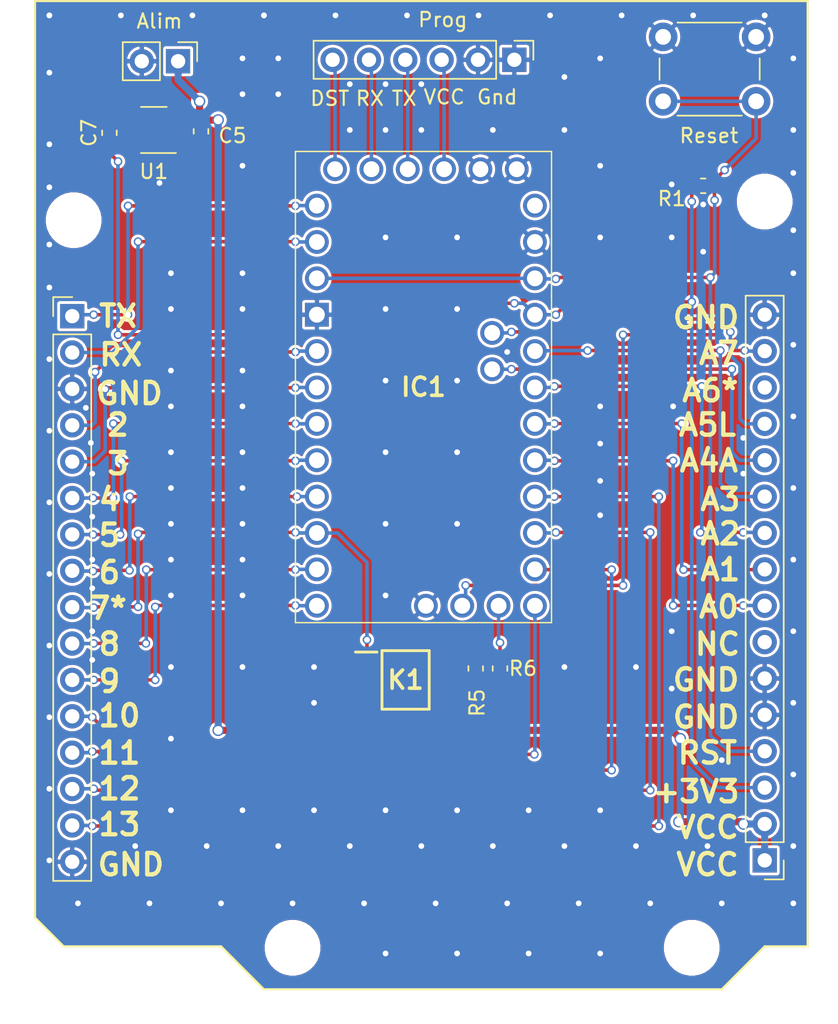
<source format=kicad_pcb>
(kicad_pcb (version 20171130) (host pcbnew "(5.1.4)-1")
  (layers (0 F.Cu power) (31 B.Cu power) (34 B.Paste user) (35 F.Paste user) (36 B.SilkS user) (37 F.SilkS user) (38 B.Mask user) (39 F.Mask user) (44 Edge.Cuts user))
  (net 0 "")
  (net 1 VCC)
  (net 2 GND)
  (net 3 +3V3)
  (net 4 veille)
  (net 5 c_mesurevcc)
  (net 6 A0)
  (net 7 A1)
  (net 8 A2)
  (net 9 A3)
  (net 10 "Net-(IC1-Pad24)")
  (net 11 "Net-(IC1-Pad25)")
  (net 12 "Net-(IC1-Pad26)")
  (net 13 "Net-(IC1-Pad27)")
  (net 14 TX)
  (net 15 RX)
  (net 16 A6)
  (net 17 Vccm)
  (net 18 "Net-(IC1-Pad4)")
  (net 19 "Net-(IC1-Pad6)")
  (net 20 "Net-(IC1-Pad8)")
  (net 21 "Net-(IC1-Pad9)")
  (net 22 "Net-(IC1-Pad10)")
  (net 23 "Net-(IC1-Pad11)")
  (net 24 "Net-(IC1-Pad12)")
  (net 25 "Net-(IC1-Pad13)")
  (net 26 Reset)
  (net 27 A7)
  (net 28 A4-SDA)
  (net 29 A5-SCL)
  (net 30 "Net-(IC1-Pad2)")
  (net 31 "Net-(IC1-Pad3)")
  (module Capacitor_SMD:C_0603_1608Metric (layer F.Cu) (at 116.6 62.1 270)
    (fp_text reference C5 (at 0.3 -2.2 180) (layer F.SilkS))
    (fp_text value 1µF)
    (pad 1 smd roundrect (at -0.7875 0 270) (size 0.875 0.95) (layers F.Cu F.Paste F.Mask) (net 1 VCC))
    (pad 2 smd roundrect (at 0.7875 0 270) (size 0.875 0.95) (layers F.Cu F.Paste F.Mask) (net 2 GND))
  )
  (module SamacSys_Parts:DEV11114 (layer F.Cu) (at 124.7 74.9)
    (fp_text reference IC1 (at 7.45 5.05) (layer F.SilkS) (effects (font (size 1.27 1.27) (thickness 0.254))))
    (fp_text value Pro-mini hide)
    (pad 1 thru_hole rect (at 0 0) (size 1.665 1.665) (drill 1.11) (layers *.Cu *.Mask) (net 2 GND))
    (pad 2 thru_hole circle (at 0 2.54) (size 1.665 1.665) (drill 1.11) (layers *.Cu *.Mask) (net 30 "Net-(IC1-Pad2)"))
    (pad 3 thru_hole circle (at 0 5.08) (size 1.665 1.665) (drill 1.11) (layers *.Cu *.Mask) (net 31 "Net-(IC1-Pad3)"))
    (pad 4 thru_hole circle (at 0 7.62) (size 1.665 1.665) (drill 1.11) (layers *.Cu *.Mask) (net 18 "Net-(IC1-Pad4)"))
    (pad 5 thru_hole circle (at 0 10.16) (size 1.665 1.665) (drill 1.11) (layers *.Cu *.Mask) (net 4 veille))
    (pad 6 thru_hole circle (at 0 12.7) (size 1.665 1.665) (drill 1.11) (layers *.Cu *.Mask) (net 19 "Net-(IC1-Pad6)"))
    (pad 7 thru_hole circle (at 0 15.24) (size 1.665 1.665) (drill 1.11) (layers *.Cu *.Mask) (net 5 c_mesurevcc))
    (pad 8 thru_hole circle (at 0 17.78) (size 1.665 1.665) (drill 1.11) (layers *.Cu *.Mask) (net 20 "Net-(IC1-Pad8)"))
    (pad 9 thru_hole circle (at 0 20.32) (size 1.665 1.665) (drill 1.11) (layers *.Cu *.Mask) (net 21 "Net-(IC1-Pad9)"))
    (pad 10 thru_hole circle (at 15.24 20.32) (size 1.665 1.665) (drill 1.11) (layers *.Cu *.Mask) (net 22 "Net-(IC1-Pad10)"))
    (pad 11 thru_hole circle (at 15.24 17.78) (size 1.665 1.665) (drill 1.11) (layers *.Cu *.Mask) (net 23 "Net-(IC1-Pad11)"))
    (pad 12 thru_hole circle (at 15.24 15.24) (size 1.665 1.665) (drill 1.11) (layers *.Cu *.Mask) (net 24 "Net-(IC1-Pad12)"))
    (pad 13 thru_hole circle (at 15.24 12.7) (size 1.665 1.665) (drill 1.11) (layers *.Cu *.Mask) (net 25 "Net-(IC1-Pad13)"))
    (pad 14 thru_hole circle (at 15.24 10.16) (size 1.665 1.665) (drill 1.11) (layers *.Cu *.Mask) (net 6 A0))
    (pad 15 thru_hole circle (at 15.24 7.62) (size 1.665 1.665) (drill 1.11) (layers *.Cu *.Mask) (net 7 A1))
    (pad 16 thru_hole circle (at 15.24 5.08) (size 1.665 1.665) (drill 1.11) (layers *.Cu *.Mask) (net 8 A2))
    (pad 17 thru_hole circle (at 15.24 2.54) (size 1.665 1.665) (drill 1.11) (layers *.Cu *.Mask) (net 9 A3))
    (pad 18 thru_hole circle (at 15.24 0) (size 1.665 1.665) (drill 1.11) (layers *.Cu *.Mask) (net 3 +3V3))
    (pad 19 thru_hole circle (at 15.24 -2.54) (size 1.665 1.665) (drill 1.11) (layers *.Cu *.Mask) (net 26 Reset))
    (pad 20 thru_hole circle (at 15.24 -5.08) (size 1.665 1.665) (drill 1.11) (layers *.Cu *.Mask) (net 2 GND))
    (pad 21 thru_hole circle (at 15.24 -7.62) (size 1.665 1.665) (drill 1.11) (layers *.Cu *.Mask))
    (pad 22 thru_hole circle (at 13.97 -10.16) (size 1.665 1.665) (drill 1.11) (layers *.Cu *.Mask) (net 2 GND))
    (pad 23 thru_hole circle (at 11.43 -10.16) (size 1.665 1.665) (drill 1.11) (layers *.Cu *.Mask) (net 2 GND))
    (pad 24 thru_hole circle (at 8.89 -10.16) (size 1.665 1.665) (drill 1.11) (layers *.Cu *.Mask) (net 10 "Net-(IC1-Pad24)"))
    (pad 25 thru_hole circle (at 6.35 -10.16) (size 1.665 1.665) (drill 1.11) (layers *.Cu *.Mask) (net 11 "Net-(IC1-Pad25)"))
    (pad 26 thru_hole circle (at 3.81 -10.16) (size 1.665 1.665) (drill 1.11) (layers *.Cu *.Mask) (net 12 "Net-(IC1-Pad26)"))
    (pad 27 thru_hole circle (at 1.27 -10.16) (size 1.665 1.665) (drill 1.11) (layers *.Cu *.Mask) (net 13 "Net-(IC1-Pad27)"))
    (pad 28 thru_hole circle (at 0 -7.62) (size 1.665 1.665) (drill 1.11) (layers *.Cu *.Mask) (net 14 TX))
    (pad 29 thru_hole circle (at 0 -5.08) (size 1.665 1.665) (drill 1.11) (layers *.Cu *.Mask) (net 15 RX))
    (pad 30 thru_hole circle (at 0 -2.54) (size 1.665 1.665) (drill 1.11) (layers *.Cu *.Mask) (net 26 Reset))
    (pad 31 thru_hole circle (at 12.7 20.32) (size 1.665 1.665) (drill 1.11) (layers *.Cu *.Mask) (net 16 A6))
    (pad 32 thru_hole circle (at 10.16 20.32) (size 1.665 1.665) (drill 1.11) (layers *.Cu *.Mask) (net 27 A7))
    (pad 33 thru_hole circle (at 12.25 3.81) (size 1.665 1.665) (drill 1.11) (layers *.Cu *.Mask) (net 28 A4-SDA))
    (pad 34 thru_hole circle (at 12.25 1.27) (size 1.665 1.665) (drill 1.11) (layers *.Cu *.Mask) (net 29 A5-SCL))
    (pad 35 thru_hole circle (at 7.62 20.32) (size 1.665 1.665) (drill 1.11) (layers *.Cu *.Mask) (net 2 GND))
  )
  (module Connector_PinHeader_2.54mm:PinHeader_1x16_P2.54mm_Vertical (layer F.Cu) (at 107.6 75)
    (fp_text reference J1 hide)
    (fp_text value Conn_01x16)
    (pad 1 thru_hole rect (at 0 0) (size 1.7 1.7) (drill 1) (layers *.Cu *.Mask) (net 14 TX))
    (pad 2 thru_hole oval (at 0 2.54) (size 1.7 1.7) (drill 1) (layers *.Cu *.Mask) (net 15 RX))
    (pad 3 thru_hole oval (at 0 5.08) (size 1.7 1.7) (drill 1) (layers *.Cu *.Mask) (net 2 GND))
    (pad 4 thru_hole oval (at 0 7.62) (size 1.7 1.7) (drill 1) (layers *.Cu *.Mask) (net 30 "Net-(IC1-Pad2)"))
    (pad 5 thru_hole oval (at 0 10.16) (size 1.7 1.7) (drill 1) (layers *.Cu *.Mask) (net 31 "Net-(IC1-Pad3)"))
    (pad 6 thru_hole oval (at 0 12.7) (size 1.7 1.7) (drill 1) (layers *.Cu *.Mask) (net 18 "Net-(IC1-Pad4)"))
    (pad 7 thru_hole oval (at 0 15.24) (size 1.7 1.7) (drill 1) (layers *.Cu *.Mask) (net 4 veille))
    (pad 8 thru_hole oval (at 0 17.78) (size 1.7 1.7) (drill 1) (layers *.Cu *.Mask) (net 19 "Net-(IC1-Pad6)"))
    (pad 9 thru_hole oval (at 0 20.32) (size 1.7 1.7) (drill 1) (layers *.Cu *.Mask) (net 5 c_mesurevcc))
    (pad 10 thru_hole oval (at 0 22.86) (size 1.7 1.7) (drill 1) (layers *.Cu *.Mask) (net 20 "Net-(IC1-Pad8)"))
    (pad 11 thru_hole oval (at 0 25.4) (size 1.7 1.7) (drill 1) (layers *.Cu *.Mask) (net 21 "Net-(IC1-Pad9)"))
    (pad 12 thru_hole oval (at 0 27.94) (size 1.7 1.7) (drill 1) (layers *.Cu *.Mask) (net 22 "Net-(IC1-Pad10)"))
    (pad 13 thru_hole oval (at 0 30.48) (size 1.7 1.7) (drill 1) (layers *.Cu *.Mask) (net 23 "Net-(IC1-Pad11)"))
    (pad 14 thru_hole oval (at 0 33.02) (size 1.7 1.7) (drill 1) (layers *.Cu *.Mask) (net 24 "Net-(IC1-Pad12)"))
    (pad 15 thru_hole oval (at 0 35.56) (size 1.7 1.7) (drill 1) (layers *.Cu *.Mask) (net 25 "Net-(IC1-Pad13)"))
    (pad 16 thru_hole oval (at 0 38.1) (size 1.7 1.7) (drill 1) (layers *.Cu *.Mask) (net 2 GND))
  )
  (module Connector_PinHeader_2.54mm:PinHeader_1x06_P2.54mm_Vertical (layer F.Cu) (at 138.5 57.1 270)
    (fp_text reference J2 hide)
    (fp_text value Prog)
    (pad 1 thru_hole rect (at 0 0 270) (size 1.7 1.7) (drill 1) (layers *.Cu *.Mask) (net 2 GND))
    (pad 2 thru_hole oval (at 0 2.54 270) (size 1.7 1.7) (drill 1) (layers *.Cu *.Mask) (net 2 GND))
    (pad 3 thru_hole oval (at 0 5.08 270) (size 1.7 1.7) (drill 1) (layers *.Cu *.Mask) (net 10 "Net-(IC1-Pad24)"))
    (pad 4 thru_hole oval (at 0 7.62 270) (size 1.7 1.7) (drill 1) (layers *.Cu *.Mask) (net 11 "Net-(IC1-Pad25)"))
    (pad 5 thru_hole oval (at 0 10.16 270) (size 1.7 1.7) (drill 1) (layers *.Cu *.Mask) (net 12 "Net-(IC1-Pad26)"))
    (pad 6 thru_hole oval (at 0 12.7 270) (size 1.7 1.7) (drill 1) (layers *.Cu *.Mask) (net 13 "Net-(IC1-Pad27)"))
  )
  (module Connector_PinHeader_2.54mm:PinHeader_1x16_P2.54mm_Vertical (layer F.Cu) (at 156 113 180)
    (fp_text reference J3 hide)
    (fp_text value Conn_01x16)
    (pad 16 thru_hole oval (at 0 38.1 180) (size 1.7 1.7) (drill 1) (layers *.Cu *.Mask) (net 2 GND))
    (pad 15 thru_hole oval (at 0 35.56 180) (size 1.7 1.7) (drill 1) (layers *.Cu *.Mask) (net 27 A7))
    (pad 14 thru_hole oval (at 0 33.02 180) (size 1.7 1.7) (drill 1) (layers *.Cu *.Mask))
    (pad 13 thru_hole oval (at 0 30.48 180) (size 1.7 1.7) (drill 1) (layers *.Cu *.Mask) (net 29 A5-SCL))
    (pad 12 thru_hole oval (at 0 27.94 180) (size 1.7 1.7) (drill 1) (layers *.Cu *.Mask) (net 28 A4-SDA))
    (pad 11 thru_hole oval (at 0 25.4 180) (size 1.7 1.7) (drill 1) (layers *.Cu *.Mask) (net 9 A3))
    (pad 10 thru_hole oval (at 0 22.86 180) (size 1.7 1.7) (drill 1) (layers *.Cu *.Mask) (net 8 A2))
    (pad 9 thru_hole oval (at 0 20.32 180) (size 1.7 1.7) (drill 1) (layers *.Cu *.Mask) (net 7 A1))
    (pad 8 thru_hole oval (at 0 17.78 180) (size 1.7 1.7) (drill 1) (layers *.Cu *.Mask) (net 6 A0))
    (pad 7 thru_hole oval (at 0 15.24 180) (size 1.7 1.7) (drill 1) (layers *.Cu *.Mask))
    (pad 6 thru_hole oval (at 0 12.7 180) (size 1.7 1.7) (drill 1) (layers *.Cu *.Mask) (net 2 GND))
    (pad 5 thru_hole oval (at 0 10.16 180) (size 1.7 1.7) (drill 1) (layers *.Cu *.Mask) (net 2 GND))
    (pad 4 thru_hole oval (at 0 7.62 180) (size 1.7 1.7) (drill 1) (layers *.Cu *.Mask) (net 26 Reset))
    (pad 3 thru_hole oval (at 0 5.08 180) (size 1.7 1.7) (drill 1) (layers *.Cu *.Mask) (net 3 +3V3))
    (pad 2 thru_hole oval (at 0 2.54 180) (size 1.7 1.7) (drill 1) (layers *.Cu *.Mask) (net 1 VCC))
    (pad 1 thru_hole rect (at 0 0 180) (size 1.7 1.7) (drill 1) (layers *.Cu *.Mask) (net 1 VCC))
  )
  (module Connector_PinHeader_2.54mm:PinHeader_1x02_P2.54mm_Vertical (layer F.Cu) (at 115 57.2 270)
    (fp_text reference J7 hide)
    (fp_text value Alim)
    (pad 1 thru_hole rect (at 0 0 270) (size 1.7 1.7) (drill 1) (layers *.Cu *.Mask) (net 1 VCC))
    (pad 2 thru_hole oval (at 0 2.54 270) (size 1.7 1.7) (drill 1) (layers *.Cu *.Mask) (net 2 GND))
  )
  (module Resistor_SMD:R_0603_1608Metric (layer F.Cu) (at 151.7 65.9)
    (fp_text reference R1 (at -2.2 0.9) (layer F.SilkS))
    (fp_text value 100K)
    (pad 1 smd roundrect (at -0.7875 0) (size 0.875 0.95) (layers F.Cu F.Paste F.Mask) (net 3 +3V3))
    (pad 2 smd roundrect (at 0.7875 0) (size 0.875 0.95) (layers F.Cu F.Paste F.Mask) (net 26 Reset))
  )
  (module Resistor_SMD:R_0603_1608Metric (layer F.Cu) (at 135.8 99.6 90)
    (fp_text reference R5 (at -2.4 0.1 270) (layer F.SilkS))
    (fp_text value 100K)
    (pad 1 smd roundrect (at -0.7875 0 90) (size 0.875 0.95) (layers F.Cu F.Paste F.Mask) (net 17 Vccm))
    (pad 2 smd roundrect (at 0.7875 0 90) (size 0.875 0.95) (layers F.Cu F.Paste F.Mask) (net 16 A6))
  )
  (module Resistor_SMD:R_0603_1608Metric (layer F.Cu) (at 137.5 99.6 270)
    (fp_text reference R6 (at 0 -1.6 180) (layer F.SilkS))
    (fp_text value 10K)
    (pad 2 smd roundrect (at 0.7875 0 270) (size 0.875 0.95) (layers F.Cu F.Paste F.Mask) (net 2 GND))
    (pad 1 smd roundrect (at -0.7875 0 270) (size 0.875 0.95) (layers F.Cu F.Paste F.Mask) (net 16 A6))
  )
  (module Button_Switch_THT:SW_PUSH_6mm (layer F.Cu) (at 148.9 55.5)
    (fp_text reference SW1 hide)
    (fp_text value SW_RST)
    (pad 2 thru_hole circle (at 0 4.5 90) (size 2 2) (drill 1.1) (layers *.Cu *.Mask) (net 26 Reset))
    (pad 1 thru_hole circle (at 0 0 90) (size 2 2) (drill 1.1) (layers *.Cu *.Mask) (net 2 GND))
    (pad 2 thru_hole circle (at 6.5 4.5 90) (size 2 2) (drill 1.1) (layers *.Cu *.Mask) (net 26 Reset))
    (pad 1 thru_hole circle (at 6.5 0 90) (size 2 2) (drill 1.1) (layers *.Cu *.Mask) (net 2 GND))
  )
  (module MountingHole:MountingHole_3.5mmmodif (layer F.Cu) (at 150.9 119.1)
    (fp_text reference H1 hide)
    (fp_text value MountingHole)
    (pad 1 np_thru_hole circle (at 0 0) (size 3.5 3.5) (drill 3.5) (layers *.Cu *.Mask))
  )
  (module MountingHole:MountingHole_3.5mmmodif (layer F.Cu) (at 123 119.1)
    (fp_text reference H2 hide)
    (fp_text value MountingHole)
    (pad 1 np_thru_hole circle (at 0 0) (size 3.5 3.5) (drill 3.5) (layers *.Cu *.Mask))
  )
  (module MountingHole:MountingHole_3.5mmmodif (layer F.Cu) (at 156 67)
    (fp_text reference H3 hide)
    (fp_text value MountingHole)
    (pad 1 np_thru_hole circle (at 0 0) (size 3.5 3.5) (drill 3.5) (layers *.Cu *.Mask))
  )
  (module MountingHole:MountingHole_3.5mmmodif (layer F.Cu) (at 107.7 68.3)
    (fp_text reference H4 hide)
    (fp_text value MountingHole)
    (pad 1 np_thru_hole circle (at 0 0) (size 3.5 3.5) (drill 3.5) (layers *.Cu *.Mask))
  )
  (module SamacSys_Parts:SOP254P610X216-4N (layer F.Cu) (at 130.9 100.4)
    (fp_text reference K1 (at 0 0) (layer F.SilkS) (effects (font (size 1.27 1.27) (thickness 0.254))))
    (fp_text value CPC1008N hide)
    (pad 1 smd rect (at -2.75 -1.27 90) (size 0.65 1.5) (layers F.Cu F.Paste F.Mask) (net 5 c_mesurevcc))
    (pad 2 smd rect (at -2.75 1.27 90) (size 0.65 1.5) (layers F.Cu F.Paste F.Mask) (net 2 GND))
    (pad 3 smd rect (at 2.75 1.27 90) (size 0.65 1.5) (layers F.Cu F.Paste F.Mask) (net 17 Vccm))
    (pad 4 smd rect (at 2.75 -1.27 90) (size 0.65 1.5) (layers F.Cu F.Paste F.Mask) (net 1 VCC))
  )
  (module Capacitor_SMD:C_0603_1608Metric (layer F.Cu) (at 110.2 62.2 90)
    (fp_text reference C7 (at 0 -1.43 90) (layer F.SilkS))
    (fp_text value 1µF)
    (pad 1 smd roundrect (at -0.7875 0 90) (size 0.875 0.95) (layers F.Cu F.Paste F.Mask) (net 3 +3V3))
    (pad 2 smd roundrect (at 0.7875 0 90) (size 0.875 0.95) (layers F.Cu F.Paste F.Mask) (net 2 GND))
  )
  (module Package_TO_SOT_SMD:SOT-23-5 (layer F.Cu) (at 113.3 62 180)
    (fp_text reference U1 (at 0 -2.9) (layer F.SilkS))
    (fp_text value MIC5225-3.3YM5-TR)
    (pad 1 smd rect (at -1.1 -0.95 180) (size 1.06 0.65) (layers F.Cu F.Paste F.Mask) (net 1 VCC))
    (pad 2 smd rect (at -1.1 0 180) (size 1.06 0.65) (layers F.Cu F.Paste F.Mask) (net 2 GND))
    (pad 3 smd rect (at -1.1 0.95 180) (size 1.06 0.65) (layers F.Cu F.Paste F.Mask) (net 1 VCC))
    (pad 4 smd rect (at 1.1 0.95 180) (size 1.06 0.65) (layers F.Cu F.Paste F.Mask))
    (pad 5 smd rect (at 1.1 -0.95 180) (size 1.06 0.65) (layers F.Cu F.Paste F.Mask) (net 3 +3V3))
  )
  (gr_line (start 105 53) (end 159 53) (layer F.SilkS) (width 0.15))
  (gr_line (start 105 117) (end 105 53) (layer F.SilkS) (width 0.15))
  (gr_line (start 107 119) (end 105 117) (layer F.SilkS) (width 0.15))
  (gr_line (start 118 119) (end 107 119) (layer F.SilkS) (width 0.15))
  (gr_line (start 121 122) (end 118 119) (layer F.SilkS) (width 0.15))
  (gr_line (start 153 122) (end 121 122) (layer F.SilkS) (width 0.15))
  (gr_line (start 156 119) (end 153 122) (layer F.SilkS) (width 0.15))
  (gr_line (start 159 119) (end 156 119) (layer F.SilkS) (width 0.15))
  (gr_line (start 159 53) (end 159 119) (layer F.SilkS) (width 0.15))
  (gr_text VCC (at 133.6 59.7) (layer F.SilkS) (effects (font (size 1 1))))
  (gr_text RX (at 128.4 59.8) (layer F.SilkS) (effects (font (size 1 1))))
  (gr_text TX (at 130.8 59.8) (layer F.SilkS) (effects (font (size 1 1))))
  (gr_text DST (at 125.6 59.8) (layer F.SilkS) (effects (font (size 1 1))))
  (gr_text Gnd (at 137.3 59.7) (layer F.SilkS) (effects (font (size 1 1))))
  (gr_text Alim (at 113.7 54.4) (layer F.SilkS) (effects (font (size 1 1))))
  (gr_text Prog (at 133.5 54.3) (layer F.SilkS) (effects (font (size 1 1))))
  (gr_text "Reset\n" (at 152.1 62.4) (layer F.SilkS) (effects (font (size 1 1))))
  (gr_text V1 (at 108.2 56.5) (layer F.Cu) (effects (font (size 1 1))))
  (gr_text VCC (at 152 113.3) (layer F.SilkS) (effects (font (size 1.5 1.5) (thickness 0.3))))
  (gr_text VCC (at 152 110.7) (layer F.SilkS) (effects (font (size 1.5 1.5) (thickness 0.3))))
  (gr_text +3V3 (at 151.2 108.2) (layer F.SilkS) (effects (font (size 1.5 1.5) (thickness 0.3))))
  (gr_text RST (at 152 105.5) (layer F.SilkS) (effects (font (size 1.5 1.5) (thickness 0.3))))
  (gr_text GND (at 151.9 103) (layer F.SilkS) (effects (font (size 1.5 1.5) (thickness 0.3))))
  (gr_text GND (at 151.9 100.4) (layer F.SilkS) (effects (font (size 1.5 1.5) (thickness 0.3))))
  (gr_text NC (at 152.7 97.9) (layer F.SilkS) (effects (font (size 1.5 1.5) (thickness 0.3))))
  (gr_text A0 (at 152.8 95.3) (layer F.SilkS) (effects (font (size 1.5 1.5) (thickness 0.3))))
  (gr_text A1 (at 152.9 92.7) (layer F.SilkS) (effects (font (size 1.5 1.5) (thickness 0.3))))
  (gr_text A2 (at 152.9 90.2) (layer F.SilkS) (effects (font (size 1.5 1.5) (thickness 0.3))))
  (gr_text A3 (at 152.9 87.8) (layer F.SilkS) (effects (font (size 1.5 1.5) (thickness 0.3))))
  (gr_text A4A (at 152.1 85.1) (layer F.SilkS) (effects (font (size 1.5 1.5) (thickness 0.3))))
  (gr_text A5L (at 152 82.6) (layer F.SilkS) (effects (font (size 1.5 1.5) (thickness 0.3))))
  (gr_text A6* (at 152.2 80.2) (layer F.SilkS) (effects (font (size 1.5 1.5) (thickness 0.3))))
  (gr_text A7 (at 152.8 77.6) (layer F.SilkS) (effects (font (size 1.5 1.5) (thickness 0.3))))
  (gr_text GND (at 151.9 75.1) (layer F.SilkS) (effects (font (size 1.5 1.5) (thickness 0.3))))
  (gr_text GND (at 111.7 113.3) (layer F.SilkS) (effects (font (size 1.5 1.5) (thickness 0.3))))
  (gr_text 13 (at 110.9 110.5) (layer F.SilkS) (effects (font (size 1.5 1.5) (thickness 0.3))))
  (gr_text 12 (at 110.9 108) (layer F.SilkS) (effects (font (size 1.5 1.5) (thickness 0.3))))
  (gr_text 11 (at 110.9 105.5) (layer F.SilkS) (effects (font (size 1.5 1.5) (thickness 0.3))))
  (gr_text 10 (at 110.9 102.9) (layer F.SilkS) (effects (font (size 1.5 1.5) (thickness 0.3))))
  (gr_text 9 (at 110.2 100.5) (layer F.SilkS) (effects (font (size 1.5 1.5) (thickness 0.3))))
  (gr_text 8 (at 110.2 97.9) (layer F.SilkS) (effects (font (size 1.5 1.5) (thickness 0.3))))
  (gr_text 7* (at 110.1 95.4) (layer F.SilkS) (effects (font (size 1.5 1.5) (thickness 0.3))))
  (gr_text 6 (at 110.2 92.9) (layer F.SilkS) (effects (font (size 1.5 1.5) (thickness 0.3))))
  (gr_text 5 (at 110.2 90.3) (layer F.SilkS) (effects (font (size 1.5 1.5) (thickness 0.3))))
  (gr_text 4 (at 110.2 87.8) (layer F.SilkS) (effects (font (size 1.5 1.5) (thickness 0.3))))
  (gr_text 3 (at 110.8 85.3) (layer F.SilkS) (effects (font (size 1.5 1.5) (thickness 0.3))))
  (gr_text 2 (at 110.8 82.6) (layer F.SilkS) (effects (font (size 1.5 1.5) (thickness 0.3))))
  (gr_text GND (at 111.6 80.4) (layer F.SilkS) (effects (font (size 1.5 1.5) (thickness 0.3))))
  (gr_text RX (at 111 77.7) (layer F.SilkS) (effects (font (size 1.5 1.5) (thickness 0.3))))
  (gr_text TX (at 110.8 75) (layer F.SilkS) (effects (font (size 1.5 1.5) (thickness 0.3))))
  (segment (start 115 57.2) (end 115 58.5) (width 0.5) (layer B.Cu) (net 1))
  (segment (start 115 58.5) (end 116.5 60) (width 0.5) (layer B.Cu) (net 1))
  (segment (start 116.5 61.2125) (end 116.6 61.3125) (width 0.5) (layer F.Cu) (net 1))
  (segment (start 116.5 60) (end 116.5 61.2125) (width 0.5) (layer F.Cu) (net 1))
  (via (at 116.5 60) (size 0.8) (drill 0.6) (layers F.Cu B.Cu) (net 1))
  (via (at 117.8 61.3) (size 0.8) (drill 0.6) (layers F.Cu B.Cu) (net 1))
  (segment (start 116.6 61.3125) (end 117.7875 61.3125) (width 0.5) (layer F.Cu) (net 1))
  (segment (start 117.7875 61.3125) (end 117.8 61.3) (width 0.5) (layer F.Cu) (net 1))
  (via (at 150.1 104.5) (size 0.8) (drill 0.6) (layers F.Cu B.Cu) (net 1))
  (segment (start 154.797919 110.46) (end 156 110.46) (width 0.5) (layer B.Cu) (net 1))
  (segment (start 154.517524 110.46) (end 154.797919 110.46) (width 0.5) (layer B.Cu) (net 1))
  (segment (start 150.1 104.5) (end 150.1 106.042476) (width 0.5) (layer B.Cu) (net 1))
  (segment (start 156 113) (end 156 110.46) (width 0.5) (layer B.Cu) (net 1))
  (via (at 117.8 103.92) (size 0.8) (drill 0.6) (layers F.Cu B.Cu) (net 1))
  (segment (start 149.52 103.92) (end 150.1 104.5) (width 0.5) (layer F.Cu) (net 1))
  (segment (start 117.8 103.92) (end 128.22 103.92) (width 0.5) (layer F.Cu) (net 1))
  (segment (start 117.8 61.865685) (end 117.8 61.3) (width 0.5) (layer B.Cu) (net 1))
  (via (at 150 110.3) (size 0.8) (drill 0.6) (layers F.Cu B.Cu) (net 1))
  (segment (start 150.1 104.5) (end 150.1 110.2) (width 0.5) (layer B.Cu) (net 1))
  (segment (start 150.1 110.2) (end 150 110.3) (width 0.5) (layer B.Cu) (net 1))
  (via (at 154.517524 110.46) (size 0.8) (drill 0.6) (layers F.Cu B.Cu) (net 1))
  (segment (start 150 110.3) (end 154.357524 110.3) (width 0.5) (layer F.Cu) (net 1))
  (segment (start 154.357524 110.3) (end 154.517524 110.46) (width 0.5) (layer F.Cu) (net 1))
  (segment (start 117.8 103.92) (end 117.8 61.3) (width 0.5) (layer B.Cu) (net 1))
  (segment (start 116.3375 61.05) (end 114.71 61.05) (width 0.5) (layer F.Cu) (net 1))
  (segment (start 116.6 61.3125) (end 116.3375 61.05) (width 0.5) (layer F.Cu) (net 1))
  (segment (start 113.85 62.95) (end 113.3 62.4) (width 0.25) (layer F.Cu) (net 1))
  (segment (start 114.71 62.95) (end 113.85 62.95) (width 0.25) (layer F.Cu) (net 1))
  (segment (start 113.3 62.4) (end 113.3 61.5) (width 0.25) (layer F.Cu) (net 1))
  (segment (start 113.75 61.05) (end 114.71 61.05) (width 0.25) (layer F.Cu) (net 1))
  (segment (start 113.3 61.5) (end 113.75 61.05) (width 0.25) (layer F.Cu) (net 1))
  (segment (start 130.48 101.05) (end 130.48 103.92) (width 0.5) (layer F.Cu) (net 1))
  (segment (start 132.4 99.13) (end 130.48 101.05) (width 0.5) (layer F.Cu) (net 1))
  (segment (start 133.65 99.13) (end 132.4 99.13) (width 0.5) (layer F.Cu) (net 1))
  (segment (start 128.22 103.92) (end 130.48 103.92) (width 0.5) (layer F.Cu) (net 1))
  (segment (start 130.48 103.92) (end 149.52 103.92) (width 0.5) (layer F.Cu) (net 1))
  (via (at 136 54) (size 0.6) (drill 0.4) (layers F.Cu B.Cu) (net 2))
  (via (at 111 54) (size 0.6) (drill 0.4) (layers F.Cu B.Cu) (net 2))
  (via (at 156 54) (size 0.6) (drill 0.4) (layers F.Cu B.Cu) (net 2))
  (via (at 116 54) (size 0.6) (drill 0.4) (layers F.Cu B.Cu) (net 2))
  (via (at 151 54) (size 0.6) (drill 0.4) (layers F.Cu B.Cu) (net 2))
  (via (at 141 54) (size 0.6) (drill 0.4) (layers F.Cu B.Cu) (net 2))
  (via (at 131 54) (size 0.6) (drill 0.4) (layers F.Cu B.Cu) (net 2))
  (via (at 106 54) (size 0.6) (drill 0.4) (layers F.Cu B.Cu) (net 2))
  (via (at 121 54) (size 0.6) (drill 0.4) (layers F.Cu B.Cu) (net 2))
  (via (at 146 54) (size 0.6) (drill 0.4) (layers F.Cu B.Cu) (net 2))
  (via (at 126 54) (size 0.6) (drill 0.4) (layers F.Cu B.Cu) (net 2))
  (via (at 128 116) (size 0.6) (drill 0.4) (layers F.Cu B.Cu) (net 2))
  (via (at 123 116) (size 0.6) (drill 0.4) (layers F.Cu B.Cu) (net 2))
  (via (at 113 116) (size 0.6) (drill 0.4) (layers F.Cu B.Cu) (net 2))
  (via (at 148 116) (size 0.6) (drill 0.4) (layers F.Cu B.Cu) (net 2))
  (via (at 133 116) (size 0.6) (drill 0.4) (layers F.Cu B.Cu) (net 2))
  (via (at 153 116) (size 0.6) (drill 0.4) (layers F.Cu B.Cu) (net 2))
  (via (at 118 116) (size 0.6) (drill 0.4) (layers F.Cu B.Cu) (net 2))
  (via (at 143 116) (size 0.6) (drill 0.4) (layers F.Cu B.Cu) (net 2))
  (via (at 138 116) (size 0.6) (drill 0.4) (layers F.Cu B.Cu) (net 2))
  (via (at 108 116) (size 0.6) (drill 0.4) (layers F.Cu B.Cu) (net 2))
  (via (at 158 116) (size 0.6) (drill 0.4) (layers F.Cu B.Cu) (net 2))
  (via (at 106 88) (size 0.6) (drill 0.4) (layers F.Cu B.Cu) (net 2))
  (via (at 106 93) (size 0.6) (drill 0.4) (layers F.Cu B.Cu) (net 2))
  (via (at 106 103) (size 0.6) (drill 0.4) (layers F.Cu B.Cu) (net 2))
  (via (at 106 66) (size 0.6) (drill 0.4) (layers F.Cu B.Cu) (net 2))
  (via (at 106 70) (size 0.6) (drill 0.4) (layers F.Cu B.Cu) (net 2))
  (via (at 158 69) (size 0.6) (drill 0.4) (layers F.Cu B.Cu) (net 2))
  (via (at 158 87) (size 0.6) (drill 0.4) (layers F.Cu B.Cu) (net 2))
  (via (at 158 92) (size 0.6) (drill 0.4) (layers F.Cu B.Cu) (net 2))
  (via (at 158 102) (size 0.6) (drill 0.4) (layers F.Cu B.Cu) (net 2))
  (via (at 158 65) (size 0.6) (drill 0.4) (layers F.Cu B.Cu) (net 2))
  (via (at 158 82) (size 0.6) (drill 0.4) (layers F.Cu B.Cu) (net 2))
  (via (at 158 62) (size 0.6) (drill 0.4) (layers F.Cu B.Cu) (net 2))
  (via (at 158 97) (size 0.6) (drill 0.4) (layers F.Cu B.Cu) (net 2))
  (via (at 158 72) (size 0.6) (drill 0.4) (layers F.Cu B.Cu) (net 2))
  (via (at 158 77) (size 0.6) (drill 0.4) (layers F.Cu B.Cu) (net 2))
  (via (at 158 107) (size 0.6) (drill 0.4) (layers F.Cu B.Cu) (net 2))
  (via (at 158 57) (size 0.6) (drill 0.4) (layers F.Cu B.Cu) (net 2))
  (via (at 158 112) (size 0.6) (drill 0.4) (layers F.Cu B.Cu) (net 2))
  (via (at 106 83) (size 0.6) (drill 0.4) (layers F.Cu B.Cu) (net 2))
  (via (at 106 63) (size 0.6) (drill 0.4) (layers F.Cu B.Cu) (net 2))
  (via (at 106 98) (size 0.6) (drill 0.4) (layers F.Cu B.Cu) (net 2))
  (via (at 106 73) (size 0.6) (drill 0.4) (layers F.Cu B.Cu) (net 2))
  (via (at 106 78) (size 0.6) (drill 0.4) (layers F.Cu B.Cu) (net 2))
  (via (at 106 108) (size 0.6) (drill 0.4) (layers F.Cu B.Cu) (net 2))
  (via (at 106 58) (size 0.6) (drill 0.4) (layers F.Cu B.Cu) (net 2))
  (via (at 106 113) (size 0.6) (drill 0.4) (layers F.Cu B.Cu) (net 2))
  (via (at 156 54) (size 0.6) (drill 0.4) (layers F.Cu B.Cu) (net 2))
  (via (at 121 54) (size 0.6) (drill 0.4) (layers F.Cu B.Cu) (net 2))
  (via (at 106 54) (size 0.6) (drill 0.4) (layers F.Cu B.Cu) (net 2))
  (via (at 109 99) (size 0.6) (drill 0.4) (layers F.Cu B.Cu) (net 2))
  (via (at 109 97) (size 0.6) (drill 0.4) (layers F.Cu B.Cu) (net 2))
  (via (at 109 94) (size 0.6) (drill 0.4) (layers F.Cu B.Cu) (net 2))
  (via (at 109 92) (size 0.6) (drill 0.4) (layers F.Cu B.Cu) (net 2))
  (via (at 109 86) (size 0.6) (drill 0.4) (layers F.Cu B.Cu) (net 2))
  (via (at 138 77.5) (size 0.6) (drill 0.4) (layers F.Cu B.Cu) (net 2))
  (via (at 127 58.8) (size 0.6) (drill 0.4) (layers F.Cu B.Cu) (net 2))
  (via (at 127 62) (size 0.6) (drill 0.4) (layers F.Cu B.Cu) (net 2))
  (via (at 129.5 62) (size 0.6) (drill 0.4) (layers F.Cu B.Cu) (net 2))
  (via (at 129.5 58.8) (size 0.6) (drill 0.4) (layers F.Cu B.Cu) (net 2))
  (via (at 132 58.8) (size 0.6) (drill 0.4) (layers F.Cu B.Cu) (net 2))
  (via (at 132 62) (size 0.6) (drill 0.4) (layers F.Cu B.Cu) (net 2))
  (via (at 151.7 67.2) (size 0.6) (drill 0.4) (layers F.Cu B.Cu) (net 2))
  (via (at 151.7 70.5) (size 0.6) (drill 0.4) (layers F.Cu B.Cu) (net 2))
  (via (at 154.5 83.5) (size 0.6) (drill 0.4) (layers F.Cu B.Cu) (net 2))
  (via (at 154.5 86) (size 0.6) (drill 0.4) (layers F.Cu B.Cu) (net 2))
  (via (at 149.5 97) (size 0.6) (drill 0.4) (layers F.Cu B.Cu) (net 2))
  (via (at 149.5 101) (size 0.6) (drill 0.4) (layers F.Cu B.Cu) (net 2))
  (via (at 153 106) (size 0.6) (drill 0.4) (layers F.Cu B.Cu) (net 2))
  (via (at 109 89) (size 0.6) (drill 0.4) (layers F.Cu B.Cu) (net 2))
  (via (at 108.9 83.85) (size 0.6) (drill 0.4) (layers F.Cu B.Cu) (net 2))
  (via (at 108.55 81.4) (size 0.6) (drill 0.4) (layers F.Cu B.Cu) (net 2))
  (via (at 129.5 69.5) (size 0.6) (drill 0.4) (layers F.Cu B.Cu) (net 2))
  (via (at 134.5 69.5) (size 0.6) (drill 0.4) (layers F.Cu B.Cu) (net 2))
  (via (at 129.5 74.5) (size 0.6) (drill 0.4) (layers F.Cu B.Cu) (net 2))
  (via (at 134.5 74.5) (size 0.6) (drill 0.4) (layers F.Cu B.Cu) (net 2))
  (via (at 129.5 79.5) (size 0.6) (drill 0.4) (layers F.Cu B.Cu) (net 2))
  (via (at 134.5 79.5) (size 0.6) (drill 0.4) (layers F.Cu B.Cu) (net 2))
  (via (at 129.5 84.5) (size 0.6) (drill 0.4) (layers F.Cu B.Cu) (net 2))
  (via (at 134.5 84.5) (size 0.6) (drill 0.4) (layers F.Cu B.Cu) (net 2))
  (via (at 129.5 89.5) (size 0.6) (drill 0.4) (layers F.Cu B.Cu) (net 2))
  (via (at 134.5 89.5) (size 0.6) (drill 0.4) (layers F.Cu B.Cu) (net 2))
  (via (at 129.5 94.5) (size 0.6) (drill 0.4) (layers F.Cu B.Cu) (net 2))
  (via (at 114.5 99.5) (size 0.6) (drill 0.4) (layers F.Cu B.Cu) (net 2))
  (via (at 119.5 99.5) (size 0.6) (drill 0.4) (layers F.Cu B.Cu) (net 2))
  (via (at 114.5 104.5) (size 0.6) (drill 0.4) (layers F.Cu B.Cu) (net 2))
  (via (at 124.5 102) (size 0.6) (drill 0.4) (layers F.Cu B.Cu) (net 2))
  (via (at 124.5 99.5) (size 0.6) (drill 0.4) (layers F.Cu B.Cu) (net 2))
  (via (at 142 99.5) (size 0.6) (drill 0.4) (layers F.Cu B.Cu) (net 2))
  (via (at 147 99.5) (size 0.6) (drill 0.4) (layers F.Cu B.Cu) (net 2))
  (via (at 144.5 86.5) (size 0.6) (drill 0.4) (layers F.Cu B.Cu) (net 2))
  (via (at 144.5 81.3) (size 0.6) (drill 0.4) (layers F.Cu B.Cu) (net 2))
  (via (at 144.5 69.5) (size 0.6) (drill 0.4) (layers F.Cu B.Cu) (net 2))
  (via (at 149.5 69.5) (size 0.6) (drill 0.4) (layers F.Cu B.Cu) (net 2))
  (via (at 149.5 65.8) (size 0.6) (drill 0.4) (layers F.Cu B.Cu) (net 2))
  (via (at 144.5 64.5) (size 0.6) (drill 0.4) (layers F.Cu B.Cu) (net 2))
  (via (at 137 62) (size 0.6) (drill 0.4) (layers F.Cu B.Cu) (net 2))
  (via (at 142 62) (size 0.6) (drill 0.4) (layers F.Cu B.Cu) (net 2))
  (via (at 142 58.3) (size 0.6) (drill 0.4) (layers F.Cu B.Cu) (net 2))
  (via (at 144.5 57) (size 0.6) (drill 0.4) (layers F.Cu B.Cu) (net 2))
  (via (at 119.5 74.5) (size 0.6) (drill 0.4) (layers F.Cu B.Cu) (net 2))
  (via (at 114.5 74.5) (size 0.6) (drill 0.4) (layers F.Cu B.Cu) (net 2))
  (via (at 114.5 72) (size 0.6) (drill 0.4) (layers F.Cu B.Cu) (net 2))
  (via (at 119.5 72) (size 0.6) (drill 0.4) (layers F.Cu B.Cu) (net 2))
  (via (at 119.5 64.5) (size 0.6) (drill 0.4) (layers F.Cu B.Cu) (net 2))
  (via (at 113.7 65.7) (size 0.6) (drill 0.4) (layers F.Cu B.Cu) (net 2))
  (via (at 122 59.5) (size 0.6) (drill 0.4) (layers F.Cu B.Cu) (net 2))
  (via (at 119.5 57) (size 0.6) (drill 0.4) (layers F.Cu B.Cu) (net 2))
  (via (at 122 57) (size 0.6) (drill 0.4) (layers F.Cu B.Cu) (net 2))
  (via (at 119.5 59.5) (size 0.6) (drill 0.4) (layers F.Cu B.Cu) (net 2))
  (via (at 117 112) (size 0.6) (drill 0.4) (layers F.Cu B.Cu) (net 2))
  (via (at 112 112) (size 0.6) (drill 0.4) (layers F.Cu B.Cu) (net 2))
  (via (at 122 112) (size 0.6) (drill 0.4) (layers F.Cu B.Cu) (net 2))
  (via (at 127 112) (size 0.6) (drill 0.4) (layers F.Cu B.Cu) (net 2))
  (via (at 132 112) (size 0.6) (drill 0.4) (layers F.Cu B.Cu) (net 2))
  (via (at 137 112) (size 0.6) (drill 0.4) (layers F.Cu B.Cu) (net 2))
  (via (at 142 112) (size 0.6) (drill 0.4) (layers F.Cu B.Cu) (net 2))
  (via (at 147 112) (size 0.6) (drill 0.4) (layers F.Cu B.Cu) (net 2))
  (via (at 152 112) (size 0.6) (drill 0.4) (layers F.Cu B.Cu) (net 2))
  (via (at 144.5 109.5) (size 0.6) (drill 0.4) (layers F.Cu B.Cu) (net 2))
  (via (at 139.5 109.5) (size 0.6) (drill 0.4) (layers F.Cu B.Cu) (net 2))
  (via (at 134.5 109.5) (size 0.6) (drill 0.4) (layers F.Cu B.Cu) (net 2))
  (via (at 129.5 109.5) (size 0.6) (drill 0.4) (layers F.Cu B.Cu) (net 2))
  (via (at 124.5 109.5) (size 0.6) (drill 0.4) (layers F.Cu B.Cu) (net 2))
  (via (at 119.5 109.5) (size 0.6) (drill 0.4) (layers F.Cu B.Cu) (net 2))
  (via (at 114.5 109.5) (size 0.6) (drill 0.4) (layers F.Cu B.Cu) (net 2))
  (via (at 144.5 119.5) (size 0.6) (drill 0.4) (layers F.Cu B.Cu) (net 2))
  (via (at 139.5 119.5) (size 0.6) (drill 0.4) (layers F.Cu B.Cu) (net 2))
  (via (at 134.5 119.5) (size 0.6) (drill 0.4) (layers F.Cu B.Cu) (net 2))
  (via (at 129.5 119.5) (size 0.6) (drill 0.4) (layers F.Cu B.Cu) (net 2))
  (via (at 114.5 78.8) (size 0.6) (drill 0.4) (layers F.Cu B.Cu) (net 2))
  (via (at 114.5 81.3) (size 0.6) (drill 0.4) (layers F.Cu B.Cu) (net 2))
  (via (at 114.5 84.5) (size 0.6) (drill 0.4) (layers F.Cu B.Cu) (net 2))
  (via (at 144.5 83.9) (size 0.6) (drill 0.4) (layers F.Cu B.Cu) (net 2))
  (via (at 144.5 88.9) (size 0.6) (drill 0.4) (layers F.Cu B.Cu) (net 2))
  (via (at 149.6 81.3) (size 0.6) (drill 0.4) (layers F.Cu B.Cu) (net 2))
  (via (at 114.5 89.5) (size 0.6) (drill 0.4) (layers F.Cu B.Cu) (net 2))
  (via (at 114.5 87) (size 0.6) (drill 0.4) (layers F.Cu B.Cu) (net 2))
  (via (at 119.5 87) (size 0.6) (drill 0.4) (layers F.Cu B.Cu) (net 2))
  (via (at 119.5 78.8) (size 0.6) (drill 0.4) (layers F.Cu B.Cu) (net 2))
  (via (at 119.5 81.3) (size 0.6) (drill 0.4) (layers F.Cu B.Cu) (net 2))
  (via (at 119.5 84.5) (size 0.6) (drill 0.4) (layers F.Cu B.Cu) (net 2))
  (via (at 119.5 89.5) (size 0.6) (drill 0.4) (layers F.Cu B.Cu) (net 2))
  (via (at 119.5 92) (size 0.6) (drill 0.4) (layers F.Cu B.Cu) (net 2))
  (via (at 119.5 94.5) (size 0.6) (drill 0.4) (layers F.Cu B.Cu) (net 2))
  (via (at 114.5 94.5) (size 0.6) (drill 0.4) (layers F.Cu B.Cu) (net 2))
  (via (at 114.5 92) (size 0.6) (drill 0.4) (layers F.Cu B.Cu) (net 2))
  (segment (start 116.2375 63.25) (end 116.6 62.8875) (width 0.25) (layer F.Cu) (net 2))
  (segment (start 139.84 74.8) (end 139.94 74.9) (width 0.25) (layer B.Cu) (net 3))
  (via (at 110.8 76.3) (size 0.6) (drill 0.4) (layers F.Cu B.Cu) (net 3))
  (segment (start 134.4 76.3) (end 135.9 74.8) (width 0.25) (layer F.Cu) (net 3))
  (segment (start 110.8 76.3) (end 134.4 76.3) (width 0.25) (layer F.Cu) (net 3))
  (via (at 141.4 74.9) (size 0.6) (drill 0.4) (layers F.Cu B.Cu) (net 3))
  (segment (start 139.94 74.9) (end 141.4 74.9) (width 0.25) (layer B.Cu) (net 3))
  (via (at 150.9 67) (size 0.6) (drill 0.4) (layers F.Cu B.Cu) (net 3))
  (segment (start 150.9125 66.9875) (end 150.9 67) (width 0.5) (layer F.Cu) (net 3))
  (segment (start 150.9 65.9125) (end 150.9125 65.9) (width 0.25) (layer F.Cu) (net 3))
  (segment (start 150.9 67) (end 150.9 65.9125) (width 0.25) (layer F.Cu) (net 3))
  (via (at 150.9 74) (size 0.6) (drill 0.4) (layers F.Cu B.Cu) (net 3))
  (segment (start 152.72 107.92) (end 156 107.92) (width 0.25) (layer B.Cu) (net 3))
  (segment (start 150.9 106.1) (end 152.72 107.92) (width 0.25) (layer B.Cu) (net 3))
  (segment (start 150.9 74) (end 150.9 106.1) (width 0.25) (layer B.Cu) (net 3))
  (segment (start 142.3 74) (end 141.4 74.9) (width 0.25) (layer F.Cu) (net 3))
  (segment (start 150.9 74) (end 142.3 74) (width 0.25) (layer F.Cu) (net 3))
  (segment (start 135.9 74.8) (end 136.6 74.1) (width 0.25) (layer F.Cu) (net 3))
  (via (at 138.5 74.1) (size 0.6) (drill 0.4) (layers F.Cu B.Cu) (net 3))
  (segment (start 136.6 74.1) (end 138.5 74.1) (width 0.25) (layer F.Cu) (net 3))
  (segment (start 139.14 74.1) (end 139.94 74.9) (width 0.25) (layer B.Cu) (net 3))
  (segment (start 138.5 74.1) (end 139.14 74.1) (width 0.25) (layer B.Cu) (net 3))
  (segment (start 150.9 74) (end 150.9 67) (width 0.25) (layer B.Cu) (net 3))
  (segment (start 110.2375 62.95) (end 110.2 62.9875) (width 0.5) (layer F.Cu) (net 3))
  (segment (start 112.09 62.95) (end 110.2375 62.95) (width 0.5) (layer F.Cu) (net 3))
  (via (at 110.8 64.2) (size 0.6) (drill 0.4) (layers F.Cu B.Cu) (net 3))
  (segment (start 110.2 62.9875) (end 110.2 63.6) (width 0.25) (layer F.Cu) (net 3))
  (segment (start 110.2 63.6) (end 110.8 64.2) (width 0.25) (layer F.Cu) (net 3))
  (segment (start 110.8 66.4) (end 110.8 76.3) (width 0.25) (layer B.Cu) (net 3))
  (segment (start 110.8 64.2) (end 110.8 66.4) (width 0.25) (layer B.Cu) (net 3))
  (via (at 123.2 85.1) (size 0.6) (drill 0.4) (layers F.Cu B.Cu) (net 4))
  (segment (start 124.7 85.06) (end 123.24 85.06) (width 0.25) (layer B.Cu) (net 4))
  (segment (start 123.24 85.06) (end 123.2 85.1) (width 0.25) (layer B.Cu) (net 4))
  (via (at 111.05 85.1) (size 0.6) (drill 0.4) (layers F.Cu B.Cu) (net 4))
  (segment (start 123.2 85.1) (end 111.05 85.1) (width 0.25) (layer F.Cu) (net 4))
  (segment (start 111.05 85.1) (end 111.05 88.65) (width 0.25) (layer B.Cu) (net 4))
  (via (at 110.95 90.25) (size 0.6) (drill 0.4) (layers F.Cu B.Cu) (net 4))
  (segment (start 111.05 88.65) (end 111.05 90.15) (width 0.25) (layer B.Cu) (net 4))
  (segment (start 111.05 90.15) (end 110.95 90.25) (width 0.25) (layer B.Cu) (net 4))
  (via (at 109.05 90.25) (size 0.6) (drill 0.4) (layers F.Cu B.Cu) (net 4))
  (segment (start 110.95 90.25) (end 109.05 90.25) (width 0.25) (layer F.Cu) (net 4))
  (segment (start 107.61 90.25) (end 107.6 90.24) (width 0.25) (layer B.Cu) (net 4))
  (segment (start 109.05 90.25) (end 107.61 90.25) (width 0.25) (layer B.Cu) (net 4))
  (via (at 128.2 97.6) (size 0.6) (drill 0.4) (layers F.Cu B.Cu) (net 5))
  (via (at 123.2 90.1) (size 0.6) (drill 0.4) (layers F.Cu B.Cu) (net 5))
  (segment (start 124.7 90.14) (end 123.24 90.14) (width 0.25) (layer B.Cu) (net 5))
  (segment (start 123.24 90.14) (end 123.2 90.1) (width 0.25) (layer B.Cu) (net 5))
  (via (at 112.2 90.2) (size 0.6) (drill 0.4) (layers F.Cu B.Cu) (net 5))
  (segment (start 123.2 90.1) (end 112.3 90.1) (width 0.25) (layer F.Cu) (net 5))
  (segment (start 112.3 90.1) (end 112.2 90.2) (width 0.25) (layer F.Cu) (net 5))
  (segment (start 112.2 90.2) (end 112.2 93.7) (width 0.25) (layer B.Cu) (net 5))
  (via (at 112.2 95.3) (size 0.6) (drill 0.4) (layers F.Cu B.Cu) (net 5))
  (segment (start 112.2 93.7) (end 112.2 95.3) (width 0.25) (layer B.Cu) (net 5))
  (via (at 109.1 95.35) (size 0.6) (drill 0.4) (layers F.Cu B.Cu) (net 5))
  (segment (start 112.2 95.3) (end 109.15 95.3) (width 0.25) (layer F.Cu) (net 5))
  (segment (start 109.15 95.3) (end 109.1 95.35) (width 0.25) (layer F.Cu) (net 5))
  (segment (start 107.63 95.35) (end 107.6 95.32) (width 0.25) (layer B.Cu) (net 5))
  (segment (start 109.1 95.35) (end 107.63 95.35) (width 0.25) (layer B.Cu) (net 5))
  (segment (start 128.2 92.9) (end 128.2 92.2) (width 0.25) (layer B.Cu) (net 5))
  (segment (start 128.2 97.6) (end 128.2 92.9) (width 0.25) (layer B.Cu) (net 5))
  (segment (start 126.14 90.14) (end 124.7 90.14) (width 0.25) (layer B.Cu) (net 5))
  (segment (start 128.2 92.2) (end 126.14 90.14) (width 0.25) (layer B.Cu) (net 5))
  (segment (start 128.2 99.08) (end 128.15 99.13) (width 0.25) (layer F.Cu) (net 5))
  (segment (start 128.2 97.6) (end 128.2 99.08) (width 0.25) (layer F.Cu) (net 5))
  (via (at 141.3 85.1) (size 0.6) (drill 0.4) (layers F.Cu B.Cu) (net 6))
  (segment (start 139.94 85.06) (end 141.26 85.06) (width 0.25) (layer B.Cu) (net 6))
  (segment (start 141.26 85.06) (end 141.3 85.1) (width 0.25) (layer B.Cu) (net 6))
  (via (at 149.6 85.1) (size 0.6) (drill 0.4) (layers F.Cu B.Cu) (net 6))
  (segment (start 141.3 85.1) (end 149.6 85.1) (width 0.25) (layer F.Cu) (net 6))
  (via (at 149.6 95.2) (size 0.6) (drill 0.4) (layers F.Cu B.Cu) (net 6))
  (segment (start 149.6 85.1) (end 149.6 95.2) (width 0.25) (layer B.Cu) (net 6))
  (via (at 154.5 95.2) (size 0.6) (drill 0.4) (layers F.Cu B.Cu) (net 6))
  (segment (start 149.6 95.2) (end 154.5 95.2) (width 0.25) (layer F.Cu) (net 6))
  (segment (start 155.98 95.2) (end 156 95.22) (width 0.25) (layer B.Cu) (net 6))
  (segment (start 154.5 95.2) (end 155.98 95.2) (width 0.25) (layer B.Cu) (net 6))
  (via (at 141.3 82.5) (size 0.6) (drill 0.4) (layers F.Cu B.Cu) (net 7))
  (segment (start 139.94 82.52) (end 141.28 82.52) (width 0.25) (layer B.Cu) (net 7))
  (segment (start 141.28 82.52) (end 141.3 82.5) (width 0.25) (layer B.Cu) (net 7))
  (via (at 150.2 82.5) (size 0.6) (drill 0.4) (layers F.Cu B.Cu) (net 7))
  (segment (start 141.3 82.5) (end 150.2 82.5) (width 0.25) (layer F.Cu) (net 7))
  (via (at 150.325 92.7) (size 0.6) (drill 0.4) (layers F.Cu B.Cu) (net 7))
  (segment (start 150.2 82.5) (end 150.2 92.575) (width 0.25) (layer B.Cu) (net 7))
  (segment (start 150.2 92.575) (end 150.325 92.7) (width 0.25) (layer B.Cu) (net 7))
  (segment (start 155.98 92.7) (end 156 92.68) (width 0.25) (layer F.Cu) (net 7))
  (segment (start 150.325 92.7) (end 155.98 92.7) (width 0.25) (layer F.Cu) (net 7))
  (via (at 141.3 79.9) (size 0.6) (drill 0.4) (layers F.Cu B.Cu) (net 8))
  (segment (start 139.94 79.98) (end 141.22 79.98) (width 0.25) (layer B.Cu) (net 8))
  (segment (start 141.22 79.98) (end 141.3 79.9) (width 0.25) (layer B.Cu) (net 8))
  (via (at 154.5 90.1) (size 0.6) (drill 0.4) (layers F.Cu B.Cu) (net 8))
  (segment (start 155.96 90.1) (end 156 90.14) (width 0.25) (layer B.Cu) (net 8))
  (segment (start 154.5 90.1) (end 155.96 90.1) (width 0.25) (layer B.Cu) (net 8))
  (via (at 151.6 79.9) (size 0.6) (drill 0.4) (layers F.Cu B.Cu) (net 8))
  (segment (start 141.3 79.9) (end 151.6 79.9) (width 0.25) (layer F.Cu) (net 8))
  (via (at 151.5 90.1) (size 0.6) (drill 0.4) (layers F.Cu B.Cu) (net 8))
  (segment (start 151.5 90.1) (end 154.5 90.1) (width 0.25) (layer F.Cu) (net 8))
  (segment (start 151.6 89.8) (end 151.6 79.9) (width 0.25) (layer B.Cu) (net 8))
  (segment (start 151.5 90.1) (end 151.6 89.8) (width 0.25) (layer B.Cu) (net 8))
  (via (at 152.9 77.4) (size 0.6) (drill 0.4) (layers F.Cu B.Cu) (net 9))
  (segment (start 153.8 87.6) (end 156 87.6) (width 0.25) (layer B.Cu) (net 9))
  (segment (start 152.9 77.4) (end 152.9 86.7) (width 0.25) (layer B.Cu) (net 9))
  (segment (start 152.9 86.7) (end 153.8 87.6) (width 0.25) (layer B.Cu) (net 9))
  (segment (start 139.94 77.44) (end 141.4 77.4) (width 0.25) (layer B.Cu) (net 9))
  (segment (start 143.62 77.4) (end 152.9 77.4) (width 0.25) (layer F.Cu) (net 9))
  (via (at 143.62 77.4) (size 0.6) (drill 0.4) (layers F.Cu B.Cu) (net 9))
  (segment (start 141.4 77.4) (end 143.62 77.4) (width 0.25) (layer B.Cu) (net 9))
  (segment (start 133.42 64.57) (end 133.59 64.74) (width 0.25) (layer B.Cu) (net 10))
  (segment (start 133.59 57.27) (end 133.42 57.1) (width 0.25) (layer B.Cu) (net 10))
  (segment (start 133.59 64.74) (end 133.59 57.27) (width 0.25) (layer B.Cu) (net 10))
  (segment (start 130.88 64.57) (end 131.05 64.74) (width 0.25) (layer B.Cu) (net 11))
  (segment (start 131.05 57.27) (end 130.88 57.1) (width 0.25) (layer B.Cu) (net 11))
  (segment (start 131.05 64.74) (end 131.05 57.27) (width 0.25) (layer B.Cu) (net 11))
  (segment (start 128.34 64.57) (end 128.51 64.74) (width 0.25) (layer B.Cu) (net 12))
  (segment (start 128.51 57.27) (end 128.34 57.1) (width 0.25) (layer B.Cu) (net 12))
  (segment (start 128.51 64.74) (end 128.51 57.27) (width 0.25) (layer B.Cu) (net 12))
  (segment (start 125.97 57.27) (end 125.8 57.1) (width 0.25) (layer B.Cu) (net 13))
  (segment (start 125.97 64.74) (end 125.97 57.27) (width 0.25) (layer B.Cu) (net 13))
  (via (at 123.2 67.3) (size 0.6) (drill 0.4) (layers F.Cu B.Cu) (net 14))
  (segment (start 124.7 67.28) (end 123.22 67.28) (width 0.25) (layer B.Cu) (net 14))
  (segment (start 123.22 67.28) (end 123.2 67.3) (width 0.25) (layer B.Cu) (net 14))
  (via (at 111.5 67.3) (size 0.6) (drill 0.4) (layers F.Cu B.Cu) (net 14))
  (segment (start 123.2 67.3) (end 111.5 67.3) (width 0.25) (layer F.Cu) (net 14))
  (via (at 111.5 74.9) (size 0.6) (drill 0.4) (layers F.Cu B.Cu) (net 14))
  (segment (start 111.5 67.3) (end 111.5 74.9) (width 0.25) (layer B.Cu) (net 14))
  (via (at 109.1 74.9) (size 0.6) (drill 0.4) (layers F.Cu B.Cu) (net 14))
  (segment (start 111.5 74.9) (end 109.1 74.9) (width 0.25) (layer F.Cu) (net 14))
  (segment (start 107.7 74.9) (end 107.6 75) (width 0.25) (layer B.Cu) (net 14))
  (segment (start 109.1 74.9) (end 107.7 74.9) (width 0.25) (layer B.Cu) (net 14))
  (via (at 123.2 69.8) (size 0.6) (drill 0.4) (layers F.Cu B.Cu) (net 15))
  (segment (start 124.7 69.82) (end 123.22 69.82) (width 0.25) (layer B.Cu) (net 15))
  (segment (start 123.22 69.82) (end 123.2 69.8) (width 0.25) (layer B.Cu) (net 15))
  (via (at 112.2 69.8) (size 0.6) (drill 0.4) (layers F.Cu B.Cu) (net 15))
  (segment (start 123.2 69.8) (end 112.2 69.8) (width 0.25) (layer F.Cu) (net 15))
  (segment (start 108.802081 77.54) (end 107.6 77.54) (width 0.25) (layer B.Cu) (net 15))
  (segment (start 110.411002 77.54) (end 108.802081 77.54) (width 0.25) (layer B.Cu) (net 15))
  (segment (start 112.2 75.751002) (end 110.411002 77.54) (width 0.25) (layer B.Cu) (net 15))
  (segment (start 112.2 69.8) (end 112.2 75.751002) (width 0.25) (layer B.Cu) (net 15))
  (segment (start 135.8 98.8125) (end 137.5 98.8125) (width 0.25) (layer F.Cu) (net 16))
  (via (at 137.5 97.8) (size 0.6) (drill 0.4) (layers F.Cu B.Cu) (net 16))
  (segment (start 137.4 95.22) (end 137.4 97.7) (width 0.25) (layer B.Cu) (net 16))
  (segment (start 137.4 97.7) (end 137.5 97.8) (width 0.25) (layer B.Cu) (net 16))
  (segment (start 137.5 97.8) (end 137.5 98.8125) (width 0.25) (layer F.Cu) (net 16))
  (segment (start 135.338388 100.849112) (end 135.8 100.3875) (width 0.25) (layer F.Cu) (net 17))
  (segment (start 134.5175 101.67) (end 135.338388 100.849112) (width 0.25) (layer F.Cu) (net 17))
  (segment (start 133.65 101.67) (end 134.5175 101.67) (width 0.25) (layer F.Cu) (net 17))
  (via (at 123.2 82.5) (size 0.6) (drill 0.4) (layers F.Cu B.Cu) (net 18))
  (segment (start 124.7 82.52) (end 123.22 82.52) (width 0.25) (layer B.Cu) (net 18))
  (segment (start 123.22 82.52) (end 123.2 82.5) (width 0.25) (layer B.Cu) (net 18))
  (via (at 110.475 82.5) (size 0.6) (drill 0.4) (layers F.Cu B.Cu) (net 18))
  (segment (start 123.2 82.5) (end 110.475 82.5) (width 0.25) (layer F.Cu) (net 18))
  (segment (start 110.475 82.5) (end 110.475 86.225) (width 0.25) (layer B.Cu) (net 18))
  (via (at 110.45 87.7) (size 0.6) (drill 0.4) (layers F.Cu B.Cu) (net 18))
  (segment (start 110.475 86.225) (end 110.475 87.675) (width 0.25) (layer B.Cu) (net 18))
  (segment (start 110.475 87.675) (end 110.45 87.7) (width 0.25) (layer B.Cu) (net 18))
  (via (at 109.05 87.7) (size 0.6) (drill 0.4) (layers F.Cu B.Cu) (net 18))
  (segment (start 110.45 87.7) (end 109.05 87.7) (width 0.25) (layer F.Cu) (net 18))
  (segment (start 109.05 87.7) (end 107.6 87.7) (width 0.25) (layer B.Cu) (net 18))
  (via (at 123.3 87.6) (size 0.6) (drill 0.4) (layers F.Cu B.Cu) (net 19))
  (segment (start 124.7 87.6) (end 123.3 87.6) (width 0.25) (layer B.Cu) (net 19))
  (via (at 111.625 87.6) (size 0.6) (drill 0.4) (layers F.Cu B.Cu) (net 19))
  (segment (start 123.3 87.6) (end 111.625 87.6) (width 0.25) (layer F.Cu) (net 19))
  (segment (start 111.625 87.6) (end 111.625 90.975) (width 0.25) (layer B.Cu) (net 19))
  (via (at 111.6 92.75) (size 0.6) (drill 0.4) (layers F.Cu B.Cu) (net 19))
  (segment (start 111.625 90.975) (end 111.625 92.725) (width 0.25) (layer B.Cu) (net 19))
  (segment (start 111.625 92.725) (end 111.6 92.75) (width 0.25) (layer B.Cu) (net 19))
  (via (at 109.05 92.8) (size 0.6) (drill 0.4) (layers F.Cu B.Cu) (net 19))
  (segment (start 111.6 92.75) (end 109.1 92.75) (width 0.25) (layer F.Cu) (net 19))
  (segment (start 109.1 92.75) (end 109.05 92.8) (width 0.25) (layer F.Cu) (net 19))
  (segment (start 107.62 92.8) (end 107.6 92.78) (width 0.25) (layer B.Cu) (net 19))
  (segment (start 109.05 92.8) (end 107.62 92.8) (width 0.25) (layer B.Cu) (net 19))
  (via (at 123.2 92.7) (size 0.6) (drill 0.4) (layers F.Cu B.Cu) (net 20))
  (segment (start 124.7 92.68) (end 123.22 92.68) (width 0.25) (layer B.Cu) (net 20))
  (segment (start 123.22 92.68) (end 123.2 92.7) (width 0.25) (layer B.Cu) (net 20))
  (via (at 112.775 92.7) (size 0.6) (drill 0.4) (layers F.Cu B.Cu) (net 20))
  (segment (start 123.2 92.7) (end 112.775 92.7) (width 0.25) (layer F.Cu) (net 20))
  (via (at 109.1 97.85) (size 0.6) (drill 0.4) (layers F.Cu B.Cu) (net 20))
  (segment (start 107.6 97.86) (end 109.09 97.86) (width 0.25) (layer B.Cu) (net 20))
  (segment (start 109.09 97.86) (end 109.1 97.85) (width 0.25) (layer B.Cu) (net 20))
  (segment (start 109.1 97.85) (end 112.75 97.85) (width 0.25) (layer F.Cu) (net 20))
  (segment (start 112.775 97.825) (end 112.75 97.85) (width 0.25) (layer B.Cu) (net 20))
  (segment (start 112.775 92.7) (end 112.775 97.825) (width 0.25) (layer B.Cu) (net 20))
  (via (at 112.75 97.85) (size 0.6) (drill 0.4) (layers F.Cu B.Cu) (net 20))
  (via (at 113.4 95.3) (size 0.6) (drill 0.4) (layers F.Cu B.Cu) (net 21))
  (via (at 123.2 95.2) (size 0.6) (drill 0.4) (layers F.Cu B.Cu) (net 21))
  (segment (start 113.5 95.2) (end 113.4 95.3) (width 0.25) (layer F.Cu) (net 21))
  (segment (start 123.2 95.2) (end 113.5 95.2) (width 0.25) (layer F.Cu) (net 21))
  (segment (start 124.7 95.22) (end 123.22 95.22) (width 0.25) (layer B.Cu) (net 21))
  (segment (start 123.22 95.22) (end 123.2 95.2) (width 0.25) (layer B.Cu) (net 21))
  (segment (start 108.802081 100.4) (end 107.6 100.4) (width 0.25) (layer B.Cu) (net 21))
  (segment (start 113.4 95.3) (end 113.4 98.3) (width 0.25) (layer B.Cu) (net 21))
  (via (at 109.1 100.4) (size 0.6) (drill 0.4) (layers F.Cu B.Cu) (net 21))
  (segment (start 108.802081 100.4) (end 109.1 100.4) (width 0.25) (layer B.Cu) (net 21))
  (via (at 113.4 100.4) (size 0.6) (drill 0.4) (layers F.Cu B.Cu) (net 21))
  (segment (start 109.1 100.4) (end 113.4 100.4) (width 0.25) (layer F.Cu) (net 21))
  (segment (start 113.4 100.4) (end 113.4 98.3) (width 0.25) (layer B.Cu) (net 21))
  (via (at 109 103) (size 0.6) (drill 0.4) (layers F.Cu B.Cu) (net 22))
  (segment (start 107.6 102.94) (end 108.94 102.94) (width 0.25) (layer B.Cu) (net 22))
  (segment (start 108.94 102.94) (end 109 103) (width 0.25) (layer B.Cu) (net 22))
  (segment (start 109 103) (end 111.6 105.6) (width 0.25) (layer F.Cu) (net 22))
  (via (at 139.9 105.6) (size 0.6) (drill 0.4) (layers F.Cu B.Cu) (net 22))
  (segment (start 139.94 105.56) (end 139.9 105.6) (width 0.25) (layer B.Cu) (net 22))
  (segment (start 139.94 95.22) (end 139.94 105.56) (width 0.25) (layer B.Cu) (net 22))
  (segment (start 111.6 105.6) (end 139.9 105.6) (width 0.25) (layer F.Cu) (net 22))
  (via (at 109 105.4) (size 0.6) (drill 0.4) (layers F.Cu B.Cu) (net 23))
  (segment (start 107.6 105.48) (end 108.92 105.48) (width 0.25) (layer B.Cu) (net 23))
  (segment (start 108.92 105.48) (end 109 105.4) (width 0.25) (layer B.Cu) (net 23))
  (segment (start 109.424264 105.4) (end 110.724264 106.7) (width 0.25) (layer F.Cu) (net 23))
  (segment (start 109 105.4) (end 109.424264 105.4) (width 0.25) (layer F.Cu) (net 23))
  (via (at 145.3 106.7) (size 0.6) (drill 0.4) (layers F.Cu B.Cu) (net 23))
  (segment (start 110.724264 106.7) (end 145.3 106.7) (width 0.25) (layer F.Cu) (net 23))
  (via (at 145.3 92.7) (size 0.6) (drill 0.4) (layers F.Cu B.Cu) (net 23))
  (segment (start 145.3 106.7) (end 145.3 92.7) (width 0.25) (layer B.Cu) (net 23))
  (segment (start 139.96 92.7) (end 139.94 92.68) (width 0.25) (layer F.Cu) (net 23))
  (segment (start 145.3 92.7) (end 139.96 92.7) (width 0.25) (layer F.Cu) (net 23))
  (via (at 141.4 90.1) (size 0.6) (drill 0.4) (layers F.Cu B.Cu) (net 24))
  (segment (start 139.94 90.14) (end 141.36 90.14) (width 0.25) (layer B.Cu) (net 24))
  (segment (start 141.36 90.14) (end 141.4 90.1) (width 0.25) (layer B.Cu) (net 24))
  (via (at 148 90.1) (size 0.6) (drill 0.4) (layers F.Cu B.Cu) (net 24))
  (segment (start 141.4 90.1) (end 148 90.1) (width 0.25) (layer F.Cu) (net 24))
  (via (at 148 108.1) (size 0.6) (drill 0.4) (layers F.Cu B.Cu) (net 24))
  (segment (start 148 90.1) (end 148 108.1) (width 0.25) (layer B.Cu) (net 24))
  (via (at 109.1 108) (size 0.6) (drill 0.4) (layers F.Cu B.Cu) (net 24))
  (segment (start 148 108.1) (end 109.2 108.1) (width 0.25) (layer F.Cu) (net 24))
  (segment (start 109.2 108.1) (end 109.1 108) (width 0.25) (layer F.Cu) (net 24))
  (segment (start 107.62 108) (end 107.6 108.02) (width 0.25) (layer B.Cu) (net 24))
  (segment (start 109.1 108) (end 107.62 108) (width 0.25) (layer B.Cu) (net 24))
  (via (at 109 110.6) (size 0.6) (drill 0.4) (layers F.Cu B.Cu) (net 25))
  (segment (start 107.6 110.56) (end 108.96 110.56) (width 0.25) (layer B.Cu) (net 25))
  (segment (start 108.96 110.56) (end 109 110.6) (width 0.25) (layer B.Cu) (net 25))
  (via (at 148.6 110.6) (size 0.6) (drill 0.4) (layers F.Cu B.Cu) (net 25))
  (segment (start 109 110.6) (end 148.6 110.6) (width 0.25) (layer F.Cu) (net 25))
  (via (at 148.6 87.6) (size 0.6) (drill 0.4) (layers F.Cu B.Cu) (net 25))
  (segment (start 148.6 110.6) (end 148.6 87.6) (width 0.25) (layer B.Cu) (net 25))
  (via (at 141.3 87.6) (size 0.6) (drill 0.4) (layers F.Cu B.Cu) (net 25))
  (segment (start 148.6 87.6) (end 141.3 87.6) (width 0.25) (layer F.Cu) (net 25))
  (segment (start 141.3 87.6) (end 139.94 87.6) (width 0.25) (layer B.Cu) (net 25))
  (via (at 153.2 64.8) (size 0.6) (drill 0.4) (layers F.Cu B.Cu) (net 26))
  (segment (start 152.4875 65.9) (end 152.4875 65.5125) (width 0.25) (layer F.Cu) (net 26))
  (segment (start 152.4875 65.5125) (end 153.2 64.8) (width 0.25) (layer F.Cu) (net 26))
  (via (at 152.5 66.9) (size 0.6) (drill 0.4) (layers F.Cu B.Cu) (net 26))
  (segment (start 152.4875 65.9) (end 152.4875 66.8875) (width 0.25) (layer F.Cu) (net 26))
  (segment (start 152.4875 66.8875) (end 152.5 66.9) (width 0.25) (layer F.Cu) (net 26))
  (via (at 141.4 72.4) (size 0.6) (drill 0.4) (layers F.Cu B.Cu) (net 26))
  (segment (start 139.98 72.4) (end 139.94 72.36) (width 0.25) (layer B.Cu) (net 26))
  (segment (start 141.4 72.4) (end 139.98 72.4) (width 0.25) (layer B.Cu) (net 26))
  (segment (start 124.7 72.36) (end 139.94 72.36) (width 0.25) (layer B.Cu) (net 26))
  (segment (start 152.2 72.3) (end 141.5 72.3) (width 0.25) (layer F.Cu) (net 26))
  (segment (start 141.5 72.3) (end 141.4 72.4) (width 0.25) (layer F.Cu) (net 26))
  (via (at 152.2 72.3) (size 0.6) (drill 0.4) (layers F.Cu B.Cu) (net 26))
  (segment (start 153.58 105.38) (end 156 105.38) (width 0.25) (layer B.Cu) (net 26))
  (segment (start 152.2 104.3) (end 153.58 105.38) (width 0.25) (layer B.Cu) (net 26))
  (segment (start 152.2 72.3) (end 152.2 104.3) (width 0.25) (layer B.Cu) (net 26))
  (segment (start 152.499999 72.000001) (end 152.2 72.3) (width 0.25) (layer B.Cu) (net 26))
  (segment (start 152.5 66.9) (end 152.499999 72.000001) (width 0.25) (layer B.Cu) (net 26))
  (segment (start 153.2 64.8) (end 154.4 63.6) (width 0.25) (layer B.Cu) (net 26))
  (segment (start 155.4 62.6) (end 153.2 64.8) (width 0.25) (layer B.Cu) (net 26))
  (segment (start 155.4 60) (end 155.4 62.6) (width 0.25) (layer B.Cu) (net 26))
  (segment (start 150.314213 60) (end 155.4 60) (width 0.25) (layer B.Cu) (net 26))
  (segment (start 148.9 60) (end 150.314213 60) (width 0.25) (layer B.Cu) (net 26))
  (via (at 154.6 77.4) (size 0.6) (drill 0.4) (layers F.Cu B.Cu) (net 27))
  (segment (start 156 77.44) (end 154.64 77.44) (width 0.25) (layer B.Cu) (net 27))
  (segment (start 154.64 77.44) (end 154.6 77.4) (width 0.25) (layer B.Cu) (net 27))
  (via (at 135.1 93.8) (size 0.6) (drill 0.4) (layers F.Cu B.Cu) (net 27))
  (segment (start 135.1 94.98) (end 134.86 95.22) (width 0.25) (layer B.Cu) (net 27))
  (segment (start 135.1 93.8) (end 135.1 94.98) (width 0.25) (layer B.Cu) (net 27))
  (segment (start 140.459102 93.8) (end 135.1 93.8) (width 0.25) (layer F.Cu) (net 27))
  (segment (start 140.7 93.8) (end 140.459102 93.8) (width 0.25) (layer F.Cu) (net 27))
  (segment (start 140.7 93.8) (end 145.4 93.8) (width 0.25) (layer F.Cu) (net 27))
  (segment (start 145.4 93.8) (end 146.1 93.8) (width 0.25) (layer F.Cu) (net 27))
  (via (at 146.1 93.8) (size 0.6) (drill 0.4) (layers F.Cu B.Cu) (net 27))
  (via (at 146.1 76.3) (size 0.6) (drill 0.4) (layers F.Cu B.Cu) (net 27))
  (segment (start 146.1 76.3) (end 146.1 93.9) (width 0.25) (layer B.Cu) (net 27))
  (segment (start 152.8 76.3) (end 146.1 76.3) (width 0.25) (layer F.Cu) (net 27))
  (segment (start 154.6 77.4) (end 153.9 77.4) (width 0.25) (layer F.Cu) (net 27))
  (segment (start 153.9 77.4) (end 152.8 76.3) (width 0.25) (layer F.Cu) (net 27))
  (via (at 138.3 78.7) (size 0.6) (drill 0.4) (layers F.Cu B.Cu) (net 28))
  (segment (start 136.95 78.71) (end 138.29 78.71) (width 0.25) (layer B.Cu) (net 28))
  (segment (start 138.29 78.71) (end 138.3 78.7) (width 0.25) (layer B.Cu) (net 28))
  (segment (start 154.26 85.06) (end 156 85.06) (width 0.25) (layer B.Cu) (net 28))
  (segment (start 153.7 84.5) (end 154.26 85.06) (width 0.25) (layer B.Cu) (net 28))
  (segment (start 153.7 78.7) (end 153.7 84.5) (width 0.25) (layer B.Cu) (net 28))
  (via (at 153.7 78.7) (size 0.6) (drill 0.4) (layers F.Cu B.Cu) (net 28))
  (segment (start 138.3 78.7) (end 153.7 78.7) (width 0.25) (layer F.Cu) (net 28))
  (via (at 138.3 76.1) (size 0.6) (drill 0.4) (layers F.Cu B.Cu) (net 29))
  (segment (start 136.95 76.17) (end 138.23 76.17) (width 0.25) (layer B.Cu) (net 29))
  (segment (start 138.23 76.17) (end 138.3 76.1) (width 0.25) (layer B.Cu) (net 29))
  (via (at 153.6 76.1) (size 0.6) (drill 0.4) (layers F.Cu B.Cu) (net 29))
  (segment (start 154.62 82.52) (end 156 82.52) (width 0.25) (layer B.Cu) (net 29))
  (segment (start 154.275001 82.175001) (end 154.62 82.52) (width 0.25) (layer B.Cu) (net 29))
  (segment (start 154.275001 78.423999) (end 154.275001 82.175001) (width 0.25) (layer B.Cu) (net 29))
  (segment (start 153.6 76.1) (end 153.6 77.748998) (width 0.25) (layer B.Cu) (net 29))
  (segment (start 153.6 77.748998) (end 154.275001 78.423999) (width 0.25) (layer B.Cu) (net 29))
  (segment (start 152.7 75.2) (end 153.6 76.1) (width 0.25) (layer F.Cu) (net 29))
  (segment (start 142.8 75.2) (end 152.7 75.2) (width 0.25) (layer F.Cu) (net 29))
  (segment (start 138.3 76.1) (end 141.9 76.1) (width 0.25) (layer F.Cu) (net 29))
  (segment (start 141.9 76.1) (end 142.8 75.2) (width 0.25) (layer F.Cu) (net 29))
  (via (at 123.2 77.5) (size 0.6) (drill 0.4) (layers F.Cu B.Cu) (net 30))
  (segment (start 123.2 77.5) (end 122.775736 77.5) (width 0.25) (layer F.Cu) (net 30))
  (via (at 109.2 78.9) (size 0.6) (drill 0.4) (layers F.Cu B.Cu) (net 30))
  (segment (start 122.775736 77.5) (end 110.6 77.5) (width 0.25) (layer F.Cu) (net 30))
  (segment (start 110.6 77.5) (end 109.2 78.9) (width 0.25) (layer F.Cu) (net 30))
  (segment (start 109.2 81.9) (end 109.2 78.9) (width 0.25) (layer B.Cu) (net 30))
  (segment (start 109.2 81.948998) (end 109.2 81.9) (width 0.25) (layer B.Cu) (net 30))
  (segment (start 109.2 81.9) (end 109.2 82.4) (width 0.25) (layer B.Cu) (net 30))
  (segment (start 108.98 82.62) (end 107.6 82.62) (width 0.25) (layer B.Cu) (net 30))
  (segment (start 109.2 82.4) (end 108.98 82.62) (width 0.25) (layer B.Cu) (net 30))
  (segment (start 123.26 77.44) (end 123.2 77.5) (width 0.25) (layer B.Cu) (net 30))
  (segment (start 124.7 77.44) (end 123.26 77.44) (width 0.25) (layer B.Cu) (net 30))
  (via (at 123.2 80) (size 0.6) (drill 0.4) (layers F.Cu B.Cu) (net 31))
  (segment (start 123.22 79.98) (end 123.2 80) (width 0.25) (layer B.Cu) (net 31))
  (via (at 109.9 80.1) (size 0.6) (drill 0.4) (layers F.Cu B.Cu) (net 31))
  (segment (start 123.2 80) (end 110 80) (width 0.25) (layer F.Cu) (net 31))
  (segment (start 110 80) (end 109.9 80.1) (width 0.25) (layer F.Cu) (net 31))
  (segment (start 109.14 85.16) (end 107.6 85.16) (width 0.25) (layer B.Cu) (net 31))
  (segment (start 109.9 80.1) (end 109.9 84.4) (width 0.25) (layer B.Cu) (net 31))
  (segment (start 109.9 84.4) (end 109.14 85.16) (width 0.25) (layer B.Cu) (net 31))
  (segment (start 124.7 79.98) (end 123.22 79.98) (width 0.25) (layer B.Cu) (net 31))
  (zone (net 2) (net_name GND) (layer F.Cu) (connect_pads (clearance 0.2)) (min_thickness 0.2) (fill yes (arc_segments 32) (thermal_gap 0.2) (thermal_bridge_width 0.3))
    (polygon (pts (xy 159 119) (xy 156 119) (xy 153 122) (xy 121 122) (xy 118 119) (xy 107 119) (xy 105 117) (xy 105 53) (xy 159 53)))
  )
  (zone (net 2) (net_name GND) (layer B.Cu) (connect_pads (clearance 0.2)) (min_thickness 0.2) (fill yes (arc_segments 32) (thermal_gap 0.2) (thermal_bridge_width 0.3))
    (polygon (pts (xy 105 53) (xy 159 53) (xy 159 119) (xy 156 119) (xy 153 122) (xy 121 122) (xy 118 119) (xy 107 119) (xy 105 117)))
  )
)
</source>
